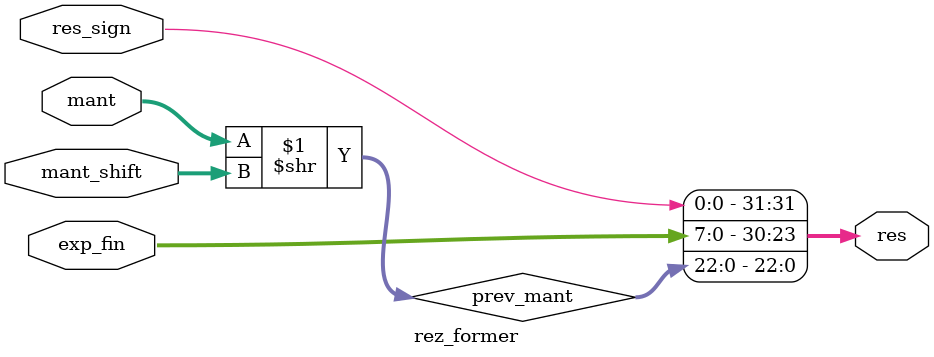
<source format=v>
module rez_former
(
        input  wire          res_sign,
        input  wire [7 :  0] exp_fin,
        input  wire [7 :  0] mant_shift,
        input  wire [23 : 0] mant,
        output wire [31 : 0] res 
);

wire [23 : 0] prev_mant;
assign prev_mant = mant >> mant_shift;


assign res = {res_sign, exp_fin, prev_mant[22:0]};

endmodule
</source>
